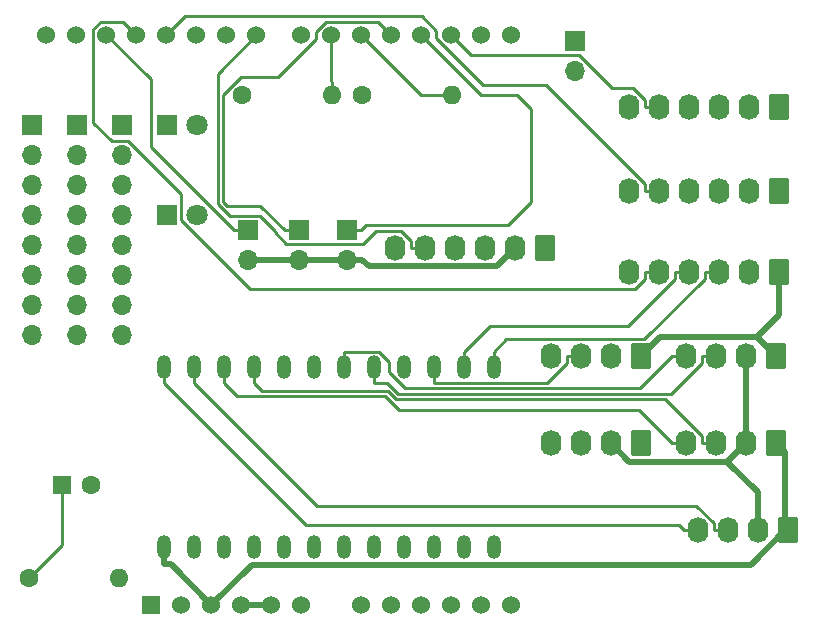
<source format=gbr>
G04 #@! TF.GenerationSoftware,KiCad,Pcbnew,(5.1.5-0-10_14)*
G04 #@! TF.CreationDate,2020-07-20T14:51:16+10:00*
G04 #@! TF.ProjectId,Arduino_NW_I2C,41726475-696e-46f5-9f4e-575f4932432e,rev?*
G04 #@! TF.SameCoordinates,Original*
G04 #@! TF.FileFunction,Copper,L1,Top*
G04 #@! TF.FilePolarity,Positive*
%FSLAX46Y46*%
G04 Gerber Fmt 4.6, Leading zero omitted, Abs format (unit mm)*
G04 Created by KiCad (PCBNEW (5.1.5-0-10_14)) date 2020-07-20 14:51:16*
%MOMM*%
%LPD*%
G04 APERTURE LIST*
%ADD10O,1.740000X2.200000*%
%ADD11C,0.100000*%
%ADD12O,1.600000X1.600000*%
%ADD13C,1.600000*%
%ADD14O,1.700000X1.700000*%
%ADD15R,1.700000X1.700000*%
%ADD16O,1.200000X2.000000*%
%ADD17C,1.800000*%
%ADD18R,1.800000X1.800000*%
%ADD19R,1.600000X1.600000*%
%ADD20C,1.524000*%
%ADD21R,1.524000X1.524000*%
%ADD22C,0.500000*%
%ADD23C,0.250000*%
G04 APERTURE END LIST*
D10*
X151496000Y-85852000D03*
X154036000Y-85852000D03*
X156576000Y-85852000D03*
X159116000Y-85852000D03*
X161656000Y-85852000D03*
G04 #@! TA.AperFunction,ComponentPad*
D11*
G36*
X164840505Y-84753204D02*
G01*
X164864773Y-84756804D01*
X164888572Y-84762765D01*
X164911671Y-84771030D01*
X164933850Y-84781520D01*
X164954893Y-84794132D01*
X164974599Y-84808747D01*
X164992777Y-84825223D01*
X165009253Y-84843401D01*
X165023868Y-84863107D01*
X165036480Y-84884150D01*
X165046970Y-84906329D01*
X165055235Y-84929428D01*
X165061196Y-84953227D01*
X165064796Y-84977495D01*
X165066000Y-85001999D01*
X165066000Y-86702001D01*
X165064796Y-86726505D01*
X165061196Y-86750773D01*
X165055235Y-86774572D01*
X165046970Y-86797671D01*
X165036480Y-86819850D01*
X165023868Y-86840893D01*
X165009253Y-86860599D01*
X164992777Y-86878777D01*
X164974599Y-86895253D01*
X164954893Y-86909868D01*
X164933850Y-86922480D01*
X164911671Y-86932970D01*
X164888572Y-86941235D01*
X164864773Y-86947196D01*
X164840505Y-86950796D01*
X164816001Y-86952000D01*
X163575999Y-86952000D01*
X163551495Y-86950796D01*
X163527227Y-86947196D01*
X163503428Y-86941235D01*
X163480329Y-86932970D01*
X163458150Y-86922480D01*
X163437107Y-86909868D01*
X163417401Y-86895253D01*
X163399223Y-86878777D01*
X163382747Y-86860599D01*
X163368132Y-86840893D01*
X163355520Y-86819850D01*
X163345030Y-86797671D01*
X163336765Y-86774572D01*
X163330804Y-86750773D01*
X163327204Y-86726505D01*
X163326000Y-86702001D01*
X163326000Y-85001999D01*
X163327204Y-84977495D01*
X163330804Y-84953227D01*
X163336765Y-84929428D01*
X163345030Y-84906329D01*
X163355520Y-84884150D01*
X163368132Y-84863107D01*
X163382747Y-84843401D01*
X163399223Y-84825223D01*
X163417401Y-84808747D01*
X163437107Y-84794132D01*
X163458150Y-84781520D01*
X163480329Y-84771030D01*
X163503428Y-84762765D01*
X163527227Y-84756804D01*
X163551495Y-84753204D01*
X163575999Y-84752000D01*
X164816001Y-84752000D01*
X164840505Y-84753204D01*
G37*
G04 #@! TD.AperFunction*
D12*
X108316000Y-111760000D03*
D13*
X100696000Y-111760000D03*
D12*
X136510000Y-70866000D03*
D13*
X128890000Y-70866000D03*
D12*
X126350000Y-70866000D03*
D13*
X118730000Y-70866000D03*
D14*
X146924000Y-68834000D03*
D15*
X146924000Y-66294000D03*
D14*
X108570000Y-91186000D03*
X108570000Y-88646000D03*
X108570000Y-86106000D03*
X108570000Y-83566000D03*
X108570000Y-81026000D03*
X108570000Y-78486000D03*
X108570000Y-75946000D03*
D15*
X108570000Y-73406000D03*
D14*
X104760000Y-91186000D03*
X104760000Y-88646000D03*
X104760000Y-86106000D03*
X104760000Y-83566000D03*
X104760000Y-81026000D03*
X104760000Y-78486000D03*
X104760000Y-75946000D03*
D15*
X104760000Y-73406000D03*
D14*
X100950000Y-91186000D03*
X100950000Y-88646000D03*
X100950000Y-86106000D03*
X100950000Y-83566000D03*
X100950000Y-81026000D03*
X100950000Y-78486000D03*
X100950000Y-75946000D03*
D15*
X100950000Y-73406000D03*
D10*
X156322000Y-100330000D03*
X158862000Y-100330000D03*
X161402000Y-100330000D03*
G04 #@! TA.AperFunction,ComponentPad*
D11*
G36*
X164586505Y-99231204D02*
G01*
X164610773Y-99234804D01*
X164634572Y-99240765D01*
X164657671Y-99249030D01*
X164679850Y-99259520D01*
X164700893Y-99272132D01*
X164720599Y-99286747D01*
X164738777Y-99303223D01*
X164755253Y-99321401D01*
X164769868Y-99341107D01*
X164782480Y-99362150D01*
X164792970Y-99384329D01*
X164801235Y-99407428D01*
X164807196Y-99431227D01*
X164810796Y-99455495D01*
X164812000Y-99479999D01*
X164812000Y-101180001D01*
X164810796Y-101204505D01*
X164807196Y-101228773D01*
X164801235Y-101252572D01*
X164792970Y-101275671D01*
X164782480Y-101297850D01*
X164769868Y-101318893D01*
X164755253Y-101338599D01*
X164738777Y-101356777D01*
X164720599Y-101373253D01*
X164700893Y-101387868D01*
X164679850Y-101400480D01*
X164657671Y-101410970D01*
X164634572Y-101419235D01*
X164610773Y-101425196D01*
X164586505Y-101428796D01*
X164562001Y-101430000D01*
X163321999Y-101430000D01*
X163297495Y-101428796D01*
X163273227Y-101425196D01*
X163249428Y-101419235D01*
X163226329Y-101410970D01*
X163204150Y-101400480D01*
X163183107Y-101387868D01*
X163163401Y-101373253D01*
X163145223Y-101356777D01*
X163128747Y-101338599D01*
X163114132Y-101318893D01*
X163101520Y-101297850D01*
X163091030Y-101275671D01*
X163082765Y-101252572D01*
X163076804Y-101228773D01*
X163073204Y-101204505D01*
X163072000Y-101180001D01*
X163072000Y-99479999D01*
X163073204Y-99455495D01*
X163076804Y-99431227D01*
X163082765Y-99407428D01*
X163091030Y-99384329D01*
X163101520Y-99362150D01*
X163114132Y-99341107D01*
X163128747Y-99321401D01*
X163145223Y-99303223D01*
X163163401Y-99286747D01*
X163183107Y-99272132D01*
X163204150Y-99259520D01*
X163226329Y-99249030D01*
X163249428Y-99240765D01*
X163273227Y-99234804D01*
X163297495Y-99231204D01*
X163321999Y-99230000D01*
X164562001Y-99230000D01*
X164586505Y-99231204D01*
G37*
G04 #@! TD.AperFunction*
D10*
X144892000Y-100330000D03*
X147432000Y-100330000D03*
X149972000Y-100330000D03*
G04 #@! TA.AperFunction,ComponentPad*
D11*
G36*
X153156505Y-99231204D02*
G01*
X153180773Y-99234804D01*
X153204572Y-99240765D01*
X153227671Y-99249030D01*
X153249850Y-99259520D01*
X153270893Y-99272132D01*
X153290599Y-99286747D01*
X153308777Y-99303223D01*
X153325253Y-99321401D01*
X153339868Y-99341107D01*
X153352480Y-99362150D01*
X153362970Y-99384329D01*
X153371235Y-99407428D01*
X153377196Y-99431227D01*
X153380796Y-99455495D01*
X153382000Y-99479999D01*
X153382000Y-101180001D01*
X153380796Y-101204505D01*
X153377196Y-101228773D01*
X153371235Y-101252572D01*
X153362970Y-101275671D01*
X153352480Y-101297850D01*
X153339868Y-101318893D01*
X153325253Y-101338599D01*
X153308777Y-101356777D01*
X153290599Y-101373253D01*
X153270893Y-101387868D01*
X153249850Y-101400480D01*
X153227671Y-101410970D01*
X153204572Y-101419235D01*
X153180773Y-101425196D01*
X153156505Y-101428796D01*
X153132001Y-101430000D01*
X151891999Y-101430000D01*
X151867495Y-101428796D01*
X151843227Y-101425196D01*
X151819428Y-101419235D01*
X151796329Y-101410970D01*
X151774150Y-101400480D01*
X151753107Y-101387868D01*
X151733401Y-101373253D01*
X151715223Y-101356777D01*
X151698747Y-101338599D01*
X151684132Y-101318893D01*
X151671520Y-101297850D01*
X151661030Y-101275671D01*
X151652765Y-101252572D01*
X151646804Y-101228773D01*
X151643204Y-101204505D01*
X151642000Y-101180001D01*
X151642000Y-99479999D01*
X151643204Y-99455495D01*
X151646804Y-99431227D01*
X151652765Y-99407428D01*
X151661030Y-99384329D01*
X151671520Y-99362150D01*
X151684132Y-99341107D01*
X151698747Y-99321401D01*
X151715223Y-99303223D01*
X151733401Y-99286747D01*
X151753107Y-99272132D01*
X151774150Y-99259520D01*
X151796329Y-99249030D01*
X151819428Y-99240765D01*
X151843227Y-99234804D01*
X151867495Y-99231204D01*
X151891999Y-99230000D01*
X153132001Y-99230000D01*
X153156505Y-99231204D01*
G37*
G04 #@! TD.AperFunction*
D10*
X156322000Y-92964000D03*
X158862000Y-92964000D03*
X161402000Y-92964000D03*
G04 #@! TA.AperFunction,ComponentPad*
D11*
G36*
X164586505Y-91865204D02*
G01*
X164610773Y-91868804D01*
X164634572Y-91874765D01*
X164657671Y-91883030D01*
X164679850Y-91893520D01*
X164700893Y-91906132D01*
X164720599Y-91920747D01*
X164738777Y-91937223D01*
X164755253Y-91955401D01*
X164769868Y-91975107D01*
X164782480Y-91996150D01*
X164792970Y-92018329D01*
X164801235Y-92041428D01*
X164807196Y-92065227D01*
X164810796Y-92089495D01*
X164812000Y-92113999D01*
X164812000Y-93814001D01*
X164810796Y-93838505D01*
X164807196Y-93862773D01*
X164801235Y-93886572D01*
X164792970Y-93909671D01*
X164782480Y-93931850D01*
X164769868Y-93952893D01*
X164755253Y-93972599D01*
X164738777Y-93990777D01*
X164720599Y-94007253D01*
X164700893Y-94021868D01*
X164679850Y-94034480D01*
X164657671Y-94044970D01*
X164634572Y-94053235D01*
X164610773Y-94059196D01*
X164586505Y-94062796D01*
X164562001Y-94064000D01*
X163321999Y-94064000D01*
X163297495Y-94062796D01*
X163273227Y-94059196D01*
X163249428Y-94053235D01*
X163226329Y-94044970D01*
X163204150Y-94034480D01*
X163183107Y-94021868D01*
X163163401Y-94007253D01*
X163145223Y-93990777D01*
X163128747Y-93972599D01*
X163114132Y-93952893D01*
X163101520Y-93931850D01*
X163091030Y-93909671D01*
X163082765Y-93886572D01*
X163076804Y-93862773D01*
X163073204Y-93838505D01*
X163072000Y-93814001D01*
X163072000Y-92113999D01*
X163073204Y-92089495D01*
X163076804Y-92065227D01*
X163082765Y-92041428D01*
X163091030Y-92018329D01*
X163101520Y-91996150D01*
X163114132Y-91975107D01*
X163128747Y-91955401D01*
X163145223Y-91937223D01*
X163163401Y-91920747D01*
X163183107Y-91906132D01*
X163204150Y-91893520D01*
X163226329Y-91883030D01*
X163249428Y-91874765D01*
X163273227Y-91868804D01*
X163297495Y-91865204D01*
X163321999Y-91864000D01*
X164562001Y-91864000D01*
X164586505Y-91865204D01*
G37*
G04 #@! TD.AperFunction*
D10*
X144892000Y-92964000D03*
X147432000Y-92964000D03*
X149972000Y-92964000D03*
G04 #@! TA.AperFunction,ComponentPad*
D11*
G36*
X153156505Y-91865204D02*
G01*
X153180773Y-91868804D01*
X153204572Y-91874765D01*
X153227671Y-91883030D01*
X153249850Y-91893520D01*
X153270893Y-91906132D01*
X153290599Y-91920747D01*
X153308777Y-91937223D01*
X153325253Y-91955401D01*
X153339868Y-91975107D01*
X153352480Y-91996150D01*
X153362970Y-92018329D01*
X153371235Y-92041428D01*
X153377196Y-92065227D01*
X153380796Y-92089495D01*
X153382000Y-92113999D01*
X153382000Y-93814001D01*
X153380796Y-93838505D01*
X153377196Y-93862773D01*
X153371235Y-93886572D01*
X153362970Y-93909671D01*
X153352480Y-93931850D01*
X153339868Y-93952893D01*
X153325253Y-93972599D01*
X153308777Y-93990777D01*
X153290599Y-94007253D01*
X153270893Y-94021868D01*
X153249850Y-94034480D01*
X153227671Y-94044970D01*
X153204572Y-94053235D01*
X153180773Y-94059196D01*
X153156505Y-94062796D01*
X153132001Y-94064000D01*
X151891999Y-94064000D01*
X151867495Y-94062796D01*
X151843227Y-94059196D01*
X151819428Y-94053235D01*
X151796329Y-94044970D01*
X151774150Y-94034480D01*
X151753107Y-94021868D01*
X151733401Y-94007253D01*
X151715223Y-93990777D01*
X151698747Y-93972599D01*
X151684132Y-93952893D01*
X151671520Y-93931850D01*
X151661030Y-93909671D01*
X151652765Y-93886572D01*
X151646804Y-93862773D01*
X151643204Y-93838505D01*
X151642000Y-93814001D01*
X151642000Y-92113999D01*
X151643204Y-92089495D01*
X151646804Y-92065227D01*
X151652765Y-92041428D01*
X151661030Y-92018329D01*
X151671520Y-91996150D01*
X151684132Y-91975107D01*
X151698747Y-91955401D01*
X151715223Y-91937223D01*
X151733401Y-91920747D01*
X151753107Y-91906132D01*
X151774150Y-91893520D01*
X151796329Y-91883030D01*
X151819428Y-91874765D01*
X151843227Y-91868804D01*
X151867495Y-91865204D01*
X151891999Y-91864000D01*
X153132001Y-91864000D01*
X153156505Y-91865204D01*
G37*
G04 #@! TD.AperFunction*
D10*
X131684000Y-83820000D03*
X134224000Y-83820000D03*
X136764000Y-83820000D03*
X139304000Y-83820000D03*
X141844000Y-83820000D03*
G04 #@! TA.AperFunction,ComponentPad*
D11*
G36*
X145028505Y-82721204D02*
G01*
X145052773Y-82724804D01*
X145076572Y-82730765D01*
X145099671Y-82739030D01*
X145121850Y-82749520D01*
X145142893Y-82762132D01*
X145162599Y-82776747D01*
X145180777Y-82793223D01*
X145197253Y-82811401D01*
X145211868Y-82831107D01*
X145224480Y-82852150D01*
X145234970Y-82874329D01*
X145243235Y-82897428D01*
X145249196Y-82921227D01*
X145252796Y-82945495D01*
X145254000Y-82969999D01*
X145254000Y-84670001D01*
X145252796Y-84694505D01*
X145249196Y-84718773D01*
X145243235Y-84742572D01*
X145234970Y-84765671D01*
X145224480Y-84787850D01*
X145211868Y-84808893D01*
X145197253Y-84828599D01*
X145180777Y-84846777D01*
X145162599Y-84863253D01*
X145142893Y-84877868D01*
X145121850Y-84890480D01*
X145099671Y-84900970D01*
X145076572Y-84909235D01*
X145052773Y-84915196D01*
X145028505Y-84918796D01*
X145004001Y-84920000D01*
X143763999Y-84920000D01*
X143739495Y-84918796D01*
X143715227Y-84915196D01*
X143691428Y-84909235D01*
X143668329Y-84900970D01*
X143646150Y-84890480D01*
X143625107Y-84877868D01*
X143605401Y-84863253D01*
X143587223Y-84846777D01*
X143570747Y-84828599D01*
X143556132Y-84808893D01*
X143543520Y-84787850D01*
X143533030Y-84765671D01*
X143524765Y-84742572D01*
X143518804Y-84718773D01*
X143515204Y-84694505D01*
X143514000Y-84670001D01*
X143514000Y-82969999D01*
X143515204Y-82945495D01*
X143518804Y-82921227D01*
X143524765Y-82897428D01*
X143533030Y-82874329D01*
X143543520Y-82852150D01*
X143556132Y-82831107D01*
X143570747Y-82811401D01*
X143587223Y-82793223D01*
X143605401Y-82776747D01*
X143625107Y-82762132D01*
X143646150Y-82749520D01*
X143668329Y-82739030D01*
X143691428Y-82730765D01*
X143715227Y-82724804D01*
X143739495Y-82721204D01*
X143763999Y-82720000D01*
X145004001Y-82720000D01*
X145028505Y-82721204D01*
G37*
G04 #@! TD.AperFunction*
D10*
X151496000Y-78994000D03*
X154036000Y-78994000D03*
X156576000Y-78994000D03*
X159116000Y-78994000D03*
X161656000Y-78994000D03*
G04 #@! TA.AperFunction,ComponentPad*
D11*
G36*
X164840505Y-77895204D02*
G01*
X164864773Y-77898804D01*
X164888572Y-77904765D01*
X164911671Y-77913030D01*
X164933850Y-77923520D01*
X164954893Y-77936132D01*
X164974599Y-77950747D01*
X164992777Y-77967223D01*
X165009253Y-77985401D01*
X165023868Y-78005107D01*
X165036480Y-78026150D01*
X165046970Y-78048329D01*
X165055235Y-78071428D01*
X165061196Y-78095227D01*
X165064796Y-78119495D01*
X165066000Y-78143999D01*
X165066000Y-79844001D01*
X165064796Y-79868505D01*
X165061196Y-79892773D01*
X165055235Y-79916572D01*
X165046970Y-79939671D01*
X165036480Y-79961850D01*
X165023868Y-79982893D01*
X165009253Y-80002599D01*
X164992777Y-80020777D01*
X164974599Y-80037253D01*
X164954893Y-80051868D01*
X164933850Y-80064480D01*
X164911671Y-80074970D01*
X164888572Y-80083235D01*
X164864773Y-80089196D01*
X164840505Y-80092796D01*
X164816001Y-80094000D01*
X163575999Y-80094000D01*
X163551495Y-80092796D01*
X163527227Y-80089196D01*
X163503428Y-80083235D01*
X163480329Y-80074970D01*
X163458150Y-80064480D01*
X163437107Y-80051868D01*
X163417401Y-80037253D01*
X163399223Y-80020777D01*
X163382747Y-80002599D01*
X163368132Y-79982893D01*
X163355520Y-79961850D01*
X163345030Y-79939671D01*
X163336765Y-79916572D01*
X163330804Y-79892773D01*
X163327204Y-79868505D01*
X163326000Y-79844001D01*
X163326000Y-78143999D01*
X163327204Y-78119495D01*
X163330804Y-78095227D01*
X163336765Y-78071428D01*
X163345030Y-78048329D01*
X163355520Y-78026150D01*
X163368132Y-78005107D01*
X163382747Y-77985401D01*
X163399223Y-77967223D01*
X163417401Y-77950747D01*
X163437107Y-77936132D01*
X163458150Y-77923520D01*
X163480329Y-77913030D01*
X163503428Y-77904765D01*
X163527227Y-77898804D01*
X163551495Y-77895204D01*
X163575999Y-77894000D01*
X164816001Y-77894000D01*
X164840505Y-77895204D01*
G37*
G04 #@! TD.AperFunction*
D10*
X151496000Y-71882000D03*
X154036000Y-71882000D03*
X156576000Y-71882000D03*
X159116000Y-71882000D03*
X161656000Y-71882000D03*
G04 #@! TA.AperFunction,ComponentPad*
D11*
G36*
X164840505Y-70783204D02*
G01*
X164864773Y-70786804D01*
X164888572Y-70792765D01*
X164911671Y-70801030D01*
X164933850Y-70811520D01*
X164954893Y-70824132D01*
X164974599Y-70838747D01*
X164992777Y-70855223D01*
X165009253Y-70873401D01*
X165023868Y-70893107D01*
X165036480Y-70914150D01*
X165046970Y-70936329D01*
X165055235Y-70959428D01*
X165061196Y-70983227D01*
X165064796Y-71007495D01*
X165066000Y-71031999D01*
X165066000Y-72732001D01*
X165064796Y-72756505D01*
X165061196Y-72780773D01*
X165055235Y-72804572D01*
X165046970Y-72827671D01*
X165036480Y-72849850D01*
X165023868Y-72870893D01*
X165009253Y-72890599D01*
X164992777Y-72908777D01*
X164974599Y-72925253D01*
X164954893Y-72939868D01*
X164933850Y-72952480D01*
X164911671Y-72962970D01*
X164888572Y-72971235D01*
X164864773Y-72977196D01*
X164840505Y-72980796D01*
X164816001Y-72982000D01*
X163575999Y-72982000D01*
X163551495Y-72980796D01*
X163527227Y-72977196D01*
X163503428Y-72971235D01*
X163480329Y-72962970D01*
X163458150Y-72952480D01*
X163437107Y-72939868D01*
X163417401Y-72925253D01*
X163399223Y-72908777D01*
X163382747Y-72890599D01*
X163368132Y-72870893D01*
X163355520Y-72849850D01*
X163345030Y-72827671D01*
X163336765Y-72804572D01*
X163330804Y-72780773D01*
X163327204Y-72756505D01*
X163326000Y-72732001D01*
X163326000Y-71031999D01*
X163327204Y-71007495D01*
X163330804Y-70983227D01*
X163336765Y-70959428D01*
X163345030Y-70936329D01*
X163355520Y-70914150D01*
X163368132Y-70893107D01*
X163382747Y-70873401D01*
X163399223Y-70855223D01*
X163417401Y-70838747D01*
X163437107Y-70824132D01*
X163458150Y-70811520D01*
X163480329Y-70801030D01*
X163503428Y-70792765D01*
X163527227Y-70786804D01*
X163551495Y-70783204D01*
X163575999Y-70782000D01*
X164816001Y-70782000D01*
X164840505Y-70783204D01*
G37*
G04 #@! TD.AperFunction*
D10*
X157338000Y-107696000D03*
X159878000Y-107696000D03*
X162418000Y-107696000D03*
G04 #@! TA.AperFunction,ComponentPad*
D11*
G36*
X165602505Y-106597204D02*
G01*
X165626773Y-106600804D01*
X165650572Y-106606765D01*
X165673671Y-106615030D01*
X165695850Y-106625520D01*
X165716893Y-106638132D01*
X165736599Y-106652747D01*
X165754777Y-106669223D01*
X165771253Y-106687401D01*
X165785868Y-106707107D01*
X165798480Y-106728150D01*
X165808970Y-106750329D01*
X165817235Y-106773428D01*
X165823196Y-106797227D01*
X165826796Y-106821495D01*
X165828000Y-106845999D01*
X165828000Y-108546001D01*
X165826796Y-108570505D01*
X165823196Y-108594773D01*
X165817235Y-108618572D01*
X165808970Y-108641671D01*
X165798480Y-108663850D01*
X165785868Y-108684893D01*
X165771253Y-108704599D01*
X165754777Y-108722777D01*
X165736599Y-108739253D01*
X165716893Y-108753868D01*
X165695850Y-108766480D01*
X165673671Y-108776970D01*
X165650572Y-108785235D01*
X165626773Y-108791196D01*
X165602505Y-108794796D01*
X165578001Y-108796000D01*
X164337999Y-108796000D01*
X164313495Y-108794796D01*
X164289227Y-108791196D01*
X164265428Y-108785235D01*
X164242329Y-108776970D01*
X164220150Y-108766480D01*
X164199107Y-108753868D01*
X164179401Y-108739253D01*
X164161223Y-108722777D01*
X164144747Y-108704599D01*
X164130132Y-108684893D01*
X164117520Y-108663850D01*
X164107030Y-108641671D01*
X164098765Y-108618572D01*
X164092804Y-108594773D01*
X164089204Y-108570505D01*
X164088000Y-108546001D01*
X164088000Y-106845999D01*
X164089204Y-106821495D01*
X164092804Y-106797227D01*
X164098765Y-106773428D01*
X164107030Y-106750329D01*
X164117520Y-106728150D01*
X164130132Y-106707107D01*
X164144747Y-106687401D01*
X164161223Y-106669223D01*
X164179401Y-106652747D01*
X164199107Y-106638132D01*
X164220150Y-106625520D01*
X164242329Y-106615030D01*
X164265428Y-106606765D01*
X164289227Y-106600804D01*
X164313495Y-106597204D01*
X164337999Y-106596000D01*
X165578001Y-106596000D01*
X165602505Y-106597204D01*
G37*
G04 #@! TD.AperFunction*
D14*
X119238000Y-84836000D03*
D15*
X119238000Y-82296000D03*
D14*
X123556000Y-84836000D03*
D15*
X123556000Y-82296000D03*
D14*
X127620000Y-84836000D03*
D15*
X127620000Y-82296000D03*
D16*
X140080000Y-109146000D03*
X140080000Y-93906000D03*
X137540000Y-109146000D03*
X137540000Y-93906000D03*
X135000000Y-109146000D03*
X135000000Y-93906000D03*
X132460000Y-109146000D03*
X132460000Y-93906000D03*
X129920000Y-109146000D03*
X129920000Y-93906000D03*
X127380000Y-109146000D03*
X127380000Y-93906000D03*
X124840000Y-109146000D03*
X124840000Y-93906000D03*
X122300000Y-109146000D03*
X122300000Y-93906000D03*
X119760000Y-109146000D03*
X119760000Y-93906000D03*
X117220000Y-109146000D03*
X117220000Y-93906000D03*
X114680000Y-109146000D03*
X114680000Y-93906000D03*
X112140000Y-109146000D03*
X112140000Y-93906000D03*
D17*
X114920000Y-81026000D03*
D18*
X112380000Y-81026000D03*
D17*
X114920000Y-73406000D03*
D18*
X112380000Y-73406000D03*
D19*
X103490000Y-103886000D03*
D13*
X105990000Y-103886000D03*
D20*
X102177000Y-65782000D03*
X104717000Y-65782000D03*
X107257000Y-65782000D03*
X109797000Y-65782000D03*
X112337000Y-65782000D03*
X114877000Y-65782000D03*
X117417000Y-65782000D03*
X119957000Y-65782000D03*
X123767000Y-65782000D03*
X126307000Y-65782000D03*
X128847000Y-65782000D03*
X131387000Y-65782000D03*
X133927000Y-65782000D03*
X136467000Y-65782000D03*
X139007000Y-65782000D03*
X141547000Y-65782000D03*
X141547000Y-114042000D03*
X139007000Y-114042000D03*
X136467000Y-114042000D03*
X133927000Y-114042000D03*
X131387000Y-114042000D03*
X128847000Y-114042000D03*
X123767000Y-114042000D03*
X121227000Y-114042000D03*
X118687000Y-114042000D03*
X116147000Y-114042000D03*
X113607000Y-114042000D03*
D21*
X111067000Y-114042000D03*
D22*
X159835600Y-101896400D02*
X161402000Y-100330000D01*
X149972000Y-100330000D02*
X151538400Y-101896400D01*
X151538400Y-101896400D02*
X159835600Y-101896400D01*
X162418000Y-107696000D02*
X162418000Y-104478800D01*
X162418000Y-104478800D02*
X159835600Y-101896400D01*
X161402000Y-92964000D02*
X161402000Y-100330000D01*
X127620000Y-84836000D02*
X128920300Y-84836000D01*
X141844000Y-83820000D02*
X140289400Y-85374600D01*
X140289400Y-85374600D02*
X129458900Y-85374600D01*
X129458900Y-85374600D02*
X128920300Y-84836000D01*
X123556000Y-84836000D02*
X127620000Y-84836000D01*
X119238000Y-84836000D02*
X123556000Y-84836000D01*
X118687000Y-114042000D02*
X121227000Y-114042000D01*
D23*
X103490000Y-103886000D02*
X103490000Y-108966000D01*
X103490000Y-108966000D02*
X100696000Y-111760000D01*
X128847000Y-65782000D02*
X133931000Y-70866000D01*
X133931000Y-70866000D02*
X136510000Y-70866000D01*
D22*
X164736700Y-107696000D02*
X164736700Y-101124700D01*
X164736700Y-101124700D02*
X163942000Y-100330000D01*
X116147000Y-114042000D02*
X119553100Y-110635900D01*
X119553100Y-110635900D02*
X161796800Y-110635900D01*
X161796800Y-110635900D02*
X164736700Y-107696000D01*
X164736700Y-107696000D02*
X164958000Y-107696000D01*
X162343600Y-91365600D02*
X163942000Y-92964000D01*
X152512000Y-92964000D02*
X154110400Y-91365600D01*
X154110400Y-91365600D02*
X162343600Y-91365600D01*
X164196000Y-85852000D02*
X164196000Y-89513200D01*
X164196000Y-89513200D02*
X162343600Y-91365600D01*
X116147000Y-114042000D02*
X112701300Y-110596300D01*
X112701300Y-110596300D02*
X112140000Y-110596300D01*
X112140000Y-109146000D02*
X112140000Y-110596300D01*
D23*
X119957000Y-65782000D02*
X116683100Y-69055900D01*
X116683100Y-69055900D02*
X116683100Y-80081000D01*
X116683100Y-80081000D02*
X117722800Y-81120700D01*
X117722800Y-81120700D02*
X120222800Y-81120700D01*
X120222800Y-81120700D02*
X121491600Y-82389500D01*
X121491600Y-82389500D02*
X121491600Y-82463200D01*
X121491600Y-82463200D02*
X122499800Y-83471400D01*
X122499800Y-83471400D02*
X128959100Y-83471400D01*
X128959100Y-83471400D02*
X130060900Y-82369600D01*
X130060900Y-82369600D02*
X132175900Y-82369600D01*
X132175900Y-82369600D02*
X133028700Y-83222400D01*
X133028700Y-83222400D02*
X133028700Y-83820000D01*
X134224000Y-83820000D02*
X133028700Y-83820000D01*
X126350000Y-70866000D02*
X126350000Y-69740700D01*
X126307000Y-65782000D02*
X126307000Y-69697700D01*
X126307000Y-69697700D02*
X126350000Y-69740700D01*
X158682700Y-107696000D02*
X158682700Y-107098400D01*
X158682700Y-107098400D02*
X157207000Y-105622700D01*
X157207000Y-105622700D02*
X125071400Y-105622700D01*
X125071400Y-105622700D02*
X114680000Y-95231300D01*
X159878000Y-107696000D02*
X158682700Y-107696000D01*
X114680000Y-93906000D02*
X114680000Y-95231300D01*
X156142700Y-107696000D02*
X155692400Y-107245700D01*
X155692400Y-107245700D02*
X124154400Y-107245700D01*
X124154400Y-107245700D02*
X112140000Y-95231300D01*
X157338000Y-107696000D02*
X156142700Y-107696000D01*
X112140000Y-93906000D02*
X112140000Y-95231300D01*
X119760000Y-95231300D02*
X120435400Y-95906700D01*
X120435400Y-95906700D02*
X131054200Y-95906700D01*
X131054200Y-95906700D02*
X131744600Y-96597100D01*
X131744600Y-96597100D02*
X154531400Y-96597100D01*
X154531400Y-96597100D02*
X157666700Y-99732400D01*
X157666700Y-99732400D02*
X157666700Y-100330000D01*
X158862000Y-100330000D02*
X157666700Y-100330000D01*
X119760000Y-93906000D02*
X119760000Y-95231300D01*
X117220000Y-95231300D02*
X118345700Y-96357000D01*
X118345700Y-96357000D02*
X130867600Y-96357000D01*
X130867600Y-96357000D02*
X132034100Y-97523500D01*
X132034100Y-97523500D02*
X152320200Y-97523500D01*
X152320200Y-97523500D02*
X155126700Y-100330000D01*
X156322000Y-100330000D02*
X155126700Y-100330000D01*
X117220000Y-93906000D02*
X117220000Y-95231300D01*
X159116000Y-85852000D02*
X157920700Y-85852000D01*
X140080000Y-93906000D02*
X140080000Y-92580700D01*
X140080000Y-92580700D02*
X141123000Y-91537700D01*
X141123000Y-91537700D02*
X152810900Y-91537700D01*
X152810900Y-91537700D02*
X157920700Y-86427900D01*
X157920700Y-86427900D02*
X157920700Y-85852000D01*
X156576000Y-85852000D02*
X155380700Y-85852000D01*
X137540000Y-93906000D02*
X137540000Y-92580700D01*
X137540000Y-92580700D02*
X139695300Y-90425400D01*
X139695300Y-90425400D02*
X151404900Y-90425400D01*
X151404900Y-90425400D02*
X155380700Y-86449600D01*
X155380700Y-86449600D02*
X155380700Y-85852000D01*
X135000000Y-95231300D02*
X144567000Y-95231300D01*
X144567000Y-95231300D02*
X146236700Y-93561600D01*
X146236700Y-93561600D02*
X146236700Y-92964000D01*
X147432000Y-92964000D02*
X146236700Y-92964000D01*
X135000000Y-93906000D02*
X135000000Y-95231300D01*
X129920000Y-95231300D02*
X131015700Y-95231300D01*
X131015700Y-95231300D02*
X131931200Y-96146800D01*
X131931200Y-96146800D02*
X155081500Y-96146800D01*
X155081500Y-96146800D02*
X157666700Y-93561600D01*
X157666700Y-93561600D02*
X157666700Y-92964000D01*
X158862000Y-92964000D02*
X157666700Y-92964000D01*
X129920000Y-93906000D02*
X129920000Y-95231300D01*
X156322000Y-92964000D02*
X155126700Y-92964000D01*
X127380000Y-93906000D02*
X127380000Y-92580700D01*
X127380000Y-92580700D02*
X130325400Y-92580700D01*
X130325400Y-92580700D02*
X131190000Y-93445300D01*
X131190000Y-93445300D02*
X131190000Y-94355100D01*
X131190000Y-94355100D02*
X132531400Y-95696500D01*
X132531400Y-95696500D02*
X152394200Y-95696500D01*
X152394200Y-95696500D02*
X155126700Y-92964000D01*
X127620000Y-82296000D02*
X128795300Y-82296000D01*
X133927000Y-65782000D02*
X138986000Y-70841000D01*
X138986000Y-70841000D02*
X142037200Y-70841000D01*
X142037200Y-70841000D02*
X143201700Y-72005500D01*
X143201700Y-72005500D02*
X143201700Y-79881600D01*
X143201700Y-79881600D02*
X141237600Y-81845700D01*
X141237600Y-81845700D02*
X129245600Y-81845700D01*
X129245600Y-81845700D02*
X128795300Y-82296000D01*
X123556000Y-82296000D02*
X122380700Y-82296000D01*
X131387000Y-65782000D02*
X130271800Y-64666800D01*
X130271800Y-64666800D02*
X125863600Y-64666800D01*
X125863600Y-64666800D02*
X125037000Y-65493400D01*
X125037000Y-65493400D02*
X125037000Y-66095400D01*
X125037000Y-66095400D02*
X121772100Y-69360300D01*
X121772100Y-69360300D02*
X118630900Y-69360300D01*
X118630900Y-69360300D02*
X117133400Y-70857800D01*
X117133400Y-70857800D02*
X117133400Y-79894400D01*
X117133400Y-79894400D02*
X117455500Y-80216500D01*
X117455500Y-80216500D02*
X120301200Y-80216500D01*
X120301200Y-80216500D02*
X122380700Y-82296000D01*
X119238000Y-82296000D02*
X118062700Y-82296000D01*
X107257000Y-65782000D02*
X111007900Y-69532900D01*
X111007900Y-69532900D02*
X111007900Y-75241200D01*
X111007900Y-75241200D02*
X118062700Y-82296000D01*
X136467000Y-65782000D02*
X138154400Y-67469400D01*
X138154400Y-67469400D02*
X147247000Y-67469400D01*
X147247000Y-67469400D02*
X150071000Y-70293400D01*
X150071000Y-70293400D02*
X151849700Y-70293400D01*
X151849700Y-70293400D02*
X152840700Y-71284400D01*
X152840700Y-71284400D02*
X152840700Y-71882000D01*
X154036000Y-71882000D02*
X152840700Y-71882000D01*
X154036000Y-78994000D02*
X152840700Y-78994000D01*
X112337000Y-65782000D02*
X113907700Y-64211300D01*
X113907700Y-64211300D02*
X133957500Y-64211300D01*
X133957500Y-64211300D02*
X135197000Y-65450800D01*
X135197000Y-65450800D02*
X135197000Y-66053500D01*
X135197000Y-66053500D02*
X139152900Y-70009400D01*
X139152900Y-70009400D02*
X144453700Y-70009400D01*
X144453700Y-70009400D02*
X152840700Y-78396400D01*
X152840700Y-78396400D02*
X152840700Y-78994000D01*
X154036000Y-85852000D02*
X152840700Y-85852000D01*
X109797000Y-65782000D02*
X108669600Y-64654600D01*
X108669600Y-64654600D02*
X106787300Y-64654600D01*
X106787300Y-64654600D02*
X106161200Y-65280700D01*
X106161200Y-65280700D02*
X106161200Y-73203300D01*
X106161200Y-73203300D02*
X107713500Y-74755600D01*
X107713500Y-74755600D02*
X109112400Y-74755600D01*
X109112400Y-74755600D02*
X113605400Y-79248600D01*
X113605400Y-79248600D02*
X113605400Y-81450900D01*
X113605400Y-81450900D02*
X119441400Y-87286900D01*
X119441400Y-87286900D02*
X152003400Y-87286900D01*
X152003400Y-87286900D02*
X152840700Y-86449600D01*
X152840700Y-86449600D02*
X152840700Y-85852000D01*
M02*

</source>
